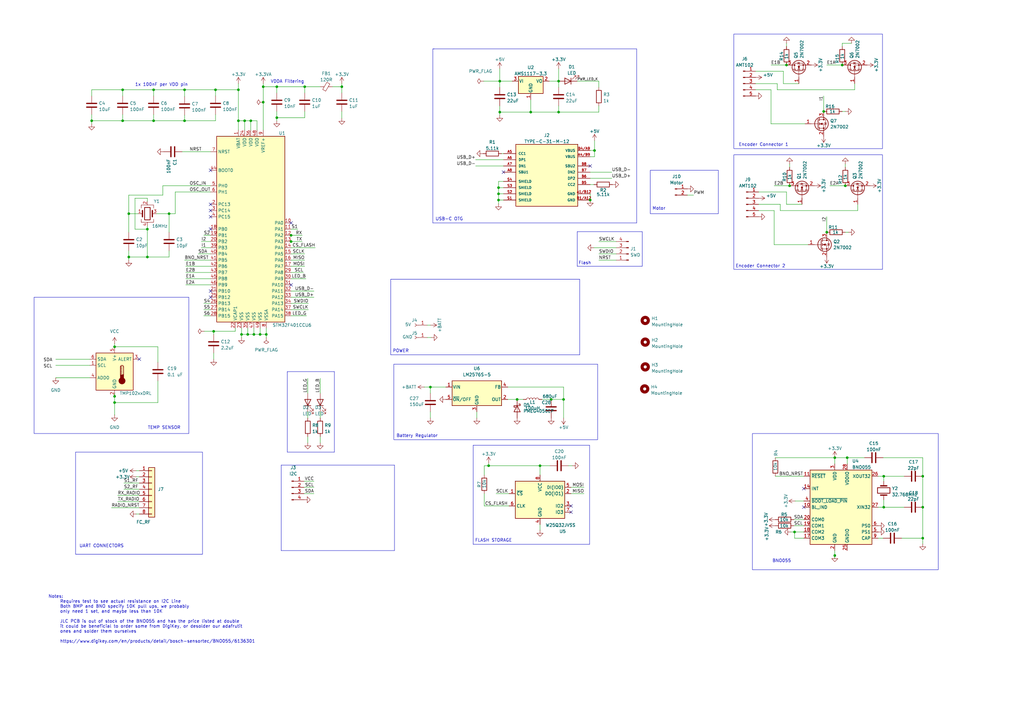
<source format=kicad_sch>
(kicad_sch (version 20231120) (generator "eeschema") (generator_version "8.0")
  (paper "A3")
  (junction (at 325.882 218.186))
  (junction (at 226.06 163.83))
  (junction (at 87.63 135.89))
  (junction (at 62.992 36.83))
  (junction (at 99.06 137.16))
  (junction (at 346.71 76.2))
  (junction (at 342.392 187.706))
  (junction (at 229.108 45.974))
  (junction (at 362.458 208.026))
  (junction (at 337.82 45.72))
  (junction (at 46.99 142.24))
  (junction (at 243.84 61.722))
  (junction (at 342.392 227.838))
  (junction (at 60.452 93.98))
  (junction (at 69.342 87.63))
  (junction (at 62.992 49.53))
  (junction (at 322.58 26.67))
  (junction (at 204.47 76.962))
  (junction (at 362.458 195.326))
  (junction (at 46.99 165.1))
  (junction (at 52.832 105.41))
  (junction (at 204.47 82.042))
  (junction (at 124.968 35.56))
  (junction (at 378.46 195.326))
  (junction (at 52.832 87.63))
  (junction (at 212.09 163.83))
  (junction (at 106.68 137.16))
  (junction (at 345.44 26.67))
  (junction (at 75.692 36.83))
  (junction (at 60.452 105.41))
  (junction (at 113.538 35.56))
  (junction (at 204.47 79.502))
  (junction (at 101.6 137.16))
  (junction (at 140.208 35.56))
  (junction (at 221.488 191.008))
  (junction (at 204.978 33.274))
  (junction (at 339.09 95.25))
  (junction (at 102.87 49.53))
  (junction (at 378.46 220.726))
  (junction (at 347.472 187.706))
  (junction (at 229.108 33.274))
  (junction (at 107.95 41.91))
  (junction (at 231.14 163.83))
  (junction (at 104.14 137.16))
  (junction (at 107.95 35.56))
  (junction (at 88.392 36.83))
  (junction (at 323.85 76.2))
  (junction (at 176.53 158.75))
  (junction (at 97.79 36.83))
  (junction (at 100.33 49.53))
  (junction (at 217.678 45.974))
  (junction (at 97.79 49.53))
  (junction (at 50.292 36.83))
  (junction (at 119.38 99.06))
  (junction (at 37.592 49.53))
  (junction (at 119.38 96.52))
  (junction (at 109.22 137.16))
  (junction (at 50.292 49.53))
  (junction (at 113.538 48.26))
  (junction (at 46.99 162.56))
  (junction (at 204.978 45.974))
  (junction (at 242.062 82.042))
  (junction (at 200.406 191.008))
  (junction (at 75.692 49.53))
  (junction (at 378.46 208.026))
  (no_connect (at 86.36 119.38))
  (no_connect (at 206.502 70.612))
  (no_connect (at 86.36 121.92))
  (no_connect (at 86.36 83.82))
  (no_connect (at 119.38 91.44))
  (no_connect (at 86.36 86.36))
  (no_connect (at 86.36 88.9))
  (no_connect (at 86.36 93.98))
  (no_connect (at 86.36 69.85))
  (no_connect (at 242.062 68.072))
  (no_connect (at 329.692 200.406))
  (no_connect (at 57.15 147.32))
  (no_connect (at 329.692 208.026))
  (no_connect (at 119.38 116.84))
  (no_connect (at 234.188 207.518))
  (no_connect (at 234.188 210.058))
  (wire (pts (xy 362.458 195.326) (xy 370.84 195.326)))
  (polyline (pts (xy 236.728 94.996) (xy 236.728 109.22)))
  (wire (pts (xy 88.392 36.83) (xy 97.79 36.83)))
  (wire (pts (xy 229.108 43.434) (xy 229.108 45.974)))
  (wire (pts (xy 362.204 187.706) (xy 378.46 187.706)))
  (wire (pts (xy 87.63 144.78) (xy 87.63 147.32)))
  (wire (pts (xy 60.452 93.98) (xy 60.452 92.71)))
  (wire (pts (xy 325.882 220.726) (xy 325.882 218.186)))
  (wire (pts (xy 124.714 202.438) (xy 128.778 202.438)))
  (wire (pts (xy 66.802 76.2) (xy 66.802 80.01)))
  (wire (pts (xy 311.15 78.74) (xy 322.58 78.74)))
  (wire (pts (xy 252.73 99.06) (xy 245.618 99.06)))
  (wire (pts (xy 52.832 87.63) (xy 52.832 95.25)))
  (wire (pts (xy 198.628 207.518) (xy 208.788 207.518)))
  (wire (pts (xy 124.968 45.72) (xy 124.968 48.26)))
  (wire (pts (xy 126.238 168.91) (xy 126.238 171.45)))
  (wire (pts (xy 107.95 41.91) (xy 107.95 53.34)))
  (wire (pts (xy 217.678 40.894) (xy 217.678 45.974)))
  (polyline (pts (xy 115.316 190.754) (xy 115.316 225.806)))
  (wire (pts (xy 126.238 179.07) (xy 126.238 181.61)))
  (wire (pts (xy 50.292 46.99) (xy 50.292 49.53)))
  (wire (pts (xy 362.458 208.026) (xy 360.172 208.026)))
  (wire (pts (xy 204.978 33.274) (xy 210.058 33.274)))
  (wire (pts (xy 208.28 158.75) (xy 231.14 158.75)))
  (wire (pts (xy 360.172 220.726) (xy 362.204 220.726)))
  (polyline (pts (xy 160.274 145.542) (xy 237.744 145.542)))
  (wire (pts (xy 326.136 205.486) (xy 329.692 205.486)))
  (wire (pts (xy 97.79 34.29) (xy 97.79 36.83)))
  (wire (pts (xy 52.832 87.63) (xy 56.642 87.63)))
  (wire (pts (xy 62.992 46.99) (xy 62.992 49.53)))
  (wire (pts (xy 46.99 142.24) (xy 64.77 142.24)))
  (wire (pts (xy 378.46 195.326) (xy 378.46 208.026)))
  (wire (pts (xy 208.28 163.83) (xy 212.09 163.83)))
  (wire (pts (xy 243.84 61.722) (xy 242.062 61.722)))
  (polyline (pts (xy 261.112 91.44) (xy 177.546 91.44)))
  (wire (pts (xy 242.062 70.612) (xy 250.952 70.612)))
  (wire (pts (xy 102.87 49.53) (xy 100.33 49.53)))
  (polyline (pts (xy 115.316 190.754) (xy 161.798 190.754)))
  (wire (pts (xy 140.208 34.29) (xy 140.208 35.56)))
  (wire (pts (xy 69.342 87.63) (xy 69.342 95.25)))
  (wire (pts (xy 342.392 225.806) (xy 342.392 227.838)))
  (wire (pts (xy 101.6 134.62) (xy 101.6 137.16)))
  (wire (pts (xy 124.714 199.898) (xy 128.778 199.898)))
  (wire (pts (xy 339.09 88.9) (xy 339.09 95.25)))
  (wire (pts (xy 55.88 193.04) (xy 57.15 193.04)))
  (wire (pts (xy 82.55 101.6) (xy 86.36 101.6)))
  (wire (pts (xy 200.406 189.992) (xy 200.406 191.008)))
  (wire (pts (xy 52.832 102.87) (xy 52.832 105.41)))
  (wire (pts (xy 76.2 114.3) (xy 86.36 114.3)))
  (wire (pts (xy 66.802 80.01) (xy 52.832 80.01)))
  (wire (pts (xy 88.392 49.53) (xy 75.692 49.53)))
  (wire (pts (xy 204.978 28.194) (xy 204.978 33.274)))
  (wire (pts (xy 234.188 202.438) (xy 239.522 202.438)))
  (wire (pts (xy 46.99 140.97) (xy 46.99 142.24)))
  (wire (pts (xy 55.372 81.28) (xy 55.372 93.98)))
  (wire (pts (xy 198.628 202.438) (xy 198.628 207.518)))
  (wire (pts (xy 229.108 45.974) (xy 217.678 45.974)))
  (wire (pts (xy 113.538 45.72) (xy 113.538 48.26)))
  (wire (pts (xy 345.44 17.78) (xy 345.44 19.05)))
  (polyline (pts (xy 241.808 223.266) (xy 194.056 223.266)))
  (wire (pts (xy 88.392 39.37) (xy 88.392 36.83)))
  (polyline (pts (xy 194.056 182.626) (xy 241.808 182.626)))
  (wire (pts (xy 60.452 93.98) (xy 60.452 105.41)))
  (wire (pts (xy 124.968 38.1) (xy 124.968 35.56)))
  (wire (pts (xy 60.452 81.28) (xy 55.372 81.28)))
  (polyline (pts (xy 194.056 182.626) (xy 194.056 223.266)))
  (wire (pts (xy 325.628 213.106) (xy 329.692 213.106)))
  (wire (pts (xy 55.88 195.58) (xy 57.15 195.58)))
  (wire (pts (xy 126.238 155.194) (xy 126.238 161.29)))
  (wire (pts (xy 140.208 45.72) (xy 140.208 48.514)))
  (wire (pts (xy 321.31 29.21) (xy 321.31 34.29)))
  (wire (pts (xy 119.38 121.92) (xy 128.778 121.92)))
  (polyline (pts (xy 117.856 185.42) (xy 137.16 185.42)))
  (wire (pts (xy 204.978 33.274) (xy 204.978 35.814)))
  (wire (pts (xy 204.47 76.962) (xy 204.47 79.502)))
  (wire (pts (xy 74.676 62.23) (xy 86.36 62.23)))
  (wire (pts (xy 318.008 195.326) (xy 329.692 195.326)))
  (wire (pts (xy 109.22 137.16) (xy 109.22 138.43)))
  (wire (pts (xy 347.472 187.706) (xy 347.472 190.246)))
  (wire (pts (xy 97.79 36.83) (xy 97.79 49.53)))
  (wire (pts (xy 342.392 187.706) (xy 342.392 190.246)))
  (wire (pts (xy 322.58 83.82) (xy 328.93 83.82)))
  (wire (pts (xy 83.82 135.89) (xy 87.63 135.89)))
  (wire (pts (xy 176.53 171.45) (xy 176.53 168.91)))
  (wire (pts (xy 119.38 129.54) (xy 125.73 129.54)))
  (wire (pts (xy 311.15 83.82) (xy 320.04 83.82)))
  (wire (pts (xy 113.538 48.26) (xy 124.968 48.26)))
  (wire (pts (xy 231.14 158.75) (xy 231.14 163.83)))
  (wire (pts (xy 64.77 142.24) (xy 64.77 148.59)))
  (wire (pts (xy 105.41 49.53) (xy 102.87 49.53)))
  (wire (pts (xy 245.618 33.274) (xy 245.618 35.814)))
  (wire (pts (xy 226.06 163.83) (xy 231.14 163.83)))
  (wire (pts (xy 316.23 26.67) (xy 322.58 26.67)))
  (wire (pts (xy 131.318 179.07) (xy 131.318 181.61)))
  (wire (pts (xy 198.374 33.274) (xy 204.978 33.274)))
  (wire (pts (xy 318.77 36.83) (xy 350.52 36.83)))
  (wire (pts (xy 45.72 208.28) (xy 57.15 208.28)))
  (wire (pts (xy 369.824 220.726) (xy 378.46 220.726)))
  (wire (pts (xy 55.88 210.82) (xy 57.15 210.82)))
  (wire (pts (xy 101.6 137.16) (xy 99.06 137.16)))
  (wire (pts (xy 176.53 158.75) (xy 182.88 158.75)))
  (polyline (pts (xy 160.274 114.554) (xy 160.274 145.542)))
  (wire (pts (xy 204.47 79.502) (xy 206.502 79.502)))
  (wire (pts (xy 245.618 45.974) (xy 229.108 45.974)))
  (wire (pts (xy 225.298 33.274) (xy 229.108 33.274)))
  (wire (pts (xy 109.22 134.62) (xy 109.22 137.16)))
  (wire (pts (xy 323.85 67.31) (xy 323.85 68.58)))
  (wire (pts (xy 109.22 137.16) (xy 106.68 137.16)))
  (wire (pts (xy 342.392 187.706) (xy 347.472 187.706)))
  (wire (pts (xy 46.99 165.1) (xy 64.77 165.1)))
  (wire (pts (xy 106.68 134.62) (xy 106.68 137.16)))
  (polyline (pts (xy 177.546 91.44) (xy 177.546 20.066)))
  (wire (pts (xy 124.968 35.56) (xy 131.318 35.56)))
  (wire (pts (xy 173.99 158.75) (xy 176.53 158.75)))
  (wire (pts (xy 362.458 208.026) (xy 370.84 208.026)))
  (wire (pts (xy 233.172 191.008) (xy 234.696 191.008)))
  (wire (pts (xy 131.318 155.194) (xy 131.318 161.29)))
  (wire (pts (xy 60.452 82.55) (xy 60.452 81.28)))
  (polyline (pts (xy 160.274 114.554) (xy 237.744 114.554)))
  (polyline (pts (xy 261.112 20.066) (xy 261.112 91.44)))
  (polyline (pts (xy 236.728 94.996) (xy 263.398 94.996)))
  (wire (pts (xy 351.79 86.36) (xy 351.79 83.82)))
  (wire (pts (xy 82.55 99.06) (xy 86.36 99.06)))
  (wire (pts (xy 119.38 111.76) (xy 124.46 111.76)))
  (wire (pts (xy 55.372 93.98) (xy 60.452 93.98)))
  (wire (pts (xy 119.38 124.46) (xy 126.492 124.46)))
  (wire (pts (xy 322.58 17.78) (xy 322.58 19.05)))
  (wire (pts (xy 106.68 137.16) (xy 104.14 137.16)))
  (wire (pts (xy 242.062 73.152) (xy 250.952 73.152)))
  (wire (pts (xy 317.5 86.36) (xy 317.5 100.33)))
  (wire (pts (xy 245.618 106.68) (xy 252.73 106.68)))
  (wire (pts (xy 243.586 101.6) (xy 252.73 101.6)))
  (wire (pts (xy 119.38 104.14) (xy 124.968 104.14)))
  (wire (pts (xy 204.47 76.962) (xy 206.502 76.962)))
  (wire (pts (xy 234.188 199.898) (xy 239.522 199.898)))
  (wire (pts (xy 37.592 39.37) (xy 37.592 36.83)))
  (wire (pts (xy 75.692 49.53) (xy 62.992 49.53)))
  (wire (pts (xy 69.342 105.41) (xy 60.452 105.41)))
  (wire (pts (xy 206.502 74.422) (xy 204.47 74.422)))
  (wire (pts (xy 340.36 76.2) (xy 346.71 76.2)))
  (wire (pts (xy 229.108 33.274) (xy 229.108 28.194)))
  (wire (pts (xy 140.208 35.56) (xy 140.208 38.1)))
  (wire (pts (xy 83.566 96.52) (xy 86.36 96.52)))
  (wire (pts (xy 113.538 35.56) (xy 107.95 35.56)))
  (wire (pts (xy 22.86 147.32) (xy 36.83 147.32)))
  (wire (pts (xy 175.26 133.35) (xy 176.53 133.35)))
  (wire (pts (xy 242.062 79.502) (xy 242.062 82.042)))
  (wire (pts (xy 324.358 218.186) (xy 325.882 218.186)))
  (wire (pts (xy 76.2 109.22) (xy 86.36 109.22)))
  (wire (pts (xy 243.84 57.658) (xy 243.84 61.722)))
  (wire (pts (xy 175.26 138.43) (xy 176.784 138.43)))
  (wire (pts (xy 350.52 36.83) (xy 350.52 34.29)))
  (wire (pts (xy 75.692 47.244) (xy 75.692 49.53)))
  (wire (pts (xy 318.77 34.29) (xy 318.77 36.83)))
  (wire (pts (xy 64.77 165.1) (xy 64.77 156.21)))
  (wire (pts (xy 198.628 191.008) (xy 200.406 191.008)))
  (wire (pts (xy 322.58 78.74) (xy 322.58 83.82)))
  (wire (pts (xy 75.692 36.83) (xy 75.692 39.624)))
  (wire (pts (xy 221.488 194.818) (xy 221.488 191.008)))
  (wire (pts (xy 339.09 26.67) (xy 345.44 26.67)))
  (wire (pts (xy 100.33 49.53) (xy 100.33 53.34)))
  (wire (pts (xy 136.398 35.56) (xy 140.208 35.56)))
  (wire (pts (xy 325.628 215.646) (xy 329.692 215.646)))
  (polyline (pts (xy 263.398 109.22) (xy 236.728 109.22)))
  (wire (pts (xy 321.31 34.29) (xy 327.66 34.29)))
  (wire (pts (xy 83.566 124.46) (xy 86.36 124.46)))
  (wire (pts (xy 107.95 34.29) (xy 107.95 35.56)))
  (wire (pts (xy 378.46 208.026) (xy 378.46 220.726)))
  (wire (pts (xy 104.14 137.16) (xy 101.6 137.16)))
  (wire (pts (xy 342.392 227.838) (xy 342.392 228.854)))
  (polyline (pts (xy 177.546 20.066) (xy 178.054 20.066)))
  (wire (pts (xy 76.2 111.76) (xy 86.36 111.76)))
  (wire (pts (xy 71.882 87.63) (xy 69.342 87.63)))
  (wire (pts (xy 62.992 36.83) (xy 62.992 39.37)))
  (polyline (pts (xy 263.398 94.996) (xy 263.398 109.22)))
  (wire (pts (xy 83.566 129.54) (xy 86.36 129.54)))
  (polyline (pts (xy 115.316 225.806) (xy 161.798 225.806)))
  (wire (pts (xy 75.692 36.83) (xy 88.392 36.83)))
  (wire (pts (xy 113.538 48.26) (xy 113.538 49.53)))
  (wire (pts (xy 50.292 49.53) (xy 37.592 49.53)))
  (polyline (pts (xy 241.808 182.626) (xy 241.808 223.266)))
  (wire (pts (xy 22.86 154.94) (xy 36.83 154.94)))
  (polyline (pts (xy 137.16 152.4) (xy 117.856 152.4)))
  (wire (pts (xy 76.2 116.84) (xy 86.36 116.84)))
  (polyline (pts (xy 237.744 145.542) (xy 237.744 114.554)))
  (wire (pts (xy 198.628 191.008) (xy 198.628 194.818)))
  (wire (pts (xy 337.82 39.37) (xy 337.82 45.72)))
  (wire (pts (xy 204.47 79.502) (xy 204.47 82.042)))
  (wire (pts (xy 204.47 74.422) (xy 204.47 76.962)))
  (wire (pts (xy 221.488 191.008) (xy 225.552 191.008)))
  (wire (pts (xy 204.978 45.974) (xy 204.978 47.244)))
  (wire (pts (xy 71.882 78.74) (xy 71.882 87.63)))
  (wire (pts (xy 96.52 135.89) (xy 96.52 134.62)))
  (wire (pts (xy 204.978 43.434) (xy 204.978 45.974)))
  (wire (pts (xy 176.53 158.75) (xy 176.53 161.29)))
  (wire (pts (xy 87.63 135.89) (xy 96.52 135.89)))
  (wire (pts (xy 316.23 50.8) (xy 330.2 50.8)))
  (wire (pts (xy 46.99 161.29) (xy 46.99 162.56)))
  (polyline (pts (xy 117.856 152.654) (xy 117.856 185.42)))
  (polyline (pts (xy 117.856 152.4) (xy 117.856 152.654)))
  (wire (pts (xy 119.38 101.6) (xy 129.286 101.6)))
  (wire (pts (xy 107.95 35.56) (xy 107.95 41.91)))
  (wire (pts (xy 119.38 106.68) (xy 124.968 106.68)))
  (wire (pts (xy 206.502 82.042) (xy 204.47 82.042)))
  (wire (pts (xy 119.38 109.22) (xy 124.968 109.22)))
  (wire (pts (xy 102.87 49.53) (xy 102.87 53.34)))
  (wire (pts (xy 231.14 163.83) (xy 231.14 171.45)))
  (wire (pts (xy 124.968 35.56) (xy 113.538 35.56)))
  (wire (pts (xy 88.392 46.99) (xy 88.392 49.53)))
  (wire (pts (xy 217.678 45.974) (xy 204.978 45.974)))
  (wire (pts (xy 221.488 215.138) (xy 221.488 217.424)))
  (wire (pts (xy 195.072 68.072) (xy 206.502 68.072)))
  (wire (pts (xy 52.832 105.41) (xy 52.832 106.68)))
  (wire (pts (xy 50.8 198.12) (xy 57.15 198.12)))
  (wire (pts (xy 195.58 171.45) (xy 195.58 168.91)))
  (wire (pts (xy 66.802 76.2) (xy 86.36 76.2)))
  (wire (pts (xy 378.46 220.726) (xy 378.46 223.012)))
  (wire (pts (xy 206.502 65.532) (xy 195.072 65.532)))
  (wire (pts (xy 360.172 195.326) (xy 362.458 195.326)))
  (wire (pts (xy 123.9392 99.06) (xy 119.38 99.06)))
  (wire (pts (xy 131.318 168.91) (xy 131.318 171.45)))
  (wire (pts (xy 329.692 220.726) (xy 325.882 220.726)))
  (wire (pts (xy 119.38 93.98) (xy 122.174 93.98)))
  (wire (pts (xy 37.592 49.53) (xy 37.592 50.8)))
  (wire (pts (xy 362.458 195.326) (xy 362.458 197.358)))
  (wire (pts (xy 99.06 134.62) (xy 99.06 137.16)))
  (wire (pts (xy 325.882 218.186) (xy 329.692 218.186)))
  (wire (pts (xy 124.714 197.358) (xy 128.778 197.358)))
  (wire (pts (xy 203.454 202.438) (xy 208.788 202.438)))
  (polyline (pts (xy 161.798 225.806) (xy 161.798 190.754)))
  (wire (pts (xy 204.47 82.042) (xy 204.47 83.566)))
  (wire (pts (xy 113.538 35.56) (xy 113.538 38.1)))
  (wire (pts (xy 345.44 17.78) (xy 349.25 17.78)))
  (wire (pts (xy 309.88 29.21) (xy 321.31 29.21)))
  (wire (pts (xy 242.062 75.692) (xy 243.586 75.692)))
  (wire (pts (xy 37.592 36.83) (xy 50.292 36.83)))
  (wire (pts (xy 104.14 134.62) (xy 104.14 137.16)))
  (wire (pts (xy 119.38 99.06) (xy 119.3672 99.06)))
  (wire (pts (xy 97.79 49.53) (xy 97.79 53.34)))
  (wire (pts (xy 119.38 127) (xy 126.492 127)))
  (wire (pts (xy 245.618 43.434) (xy 245.618 45.974)))
  (wire (pts (xy 83.566 127) (xy 86.36 127)))
  (wire (pts (xy 320.04 83.82) (xy 320.04 86.36)))
  (wire (pts (xy 123.9392 96.52) (xy 119.38 96.52)))
  (wire (pts (xy 236.728 33.274) (xy 245.618 33.274)))
  (wire (pts (xy 48.26 203.2) (xy 57.15 203.2)))
  (wire (pts (xy 316.23 36.83) (xy 316.23 50.8)))
  (wire (pts (xy 205.74 62.992) (xy 206.502 62.992)))
  (wire (pts (xy 347.98 95.25) (xy 346.71 95.25)))
  (wire (pts (xy 99.06 137.16) (xy 99.06 138.43)))
  (wire (pts (xy 346.71 67.31) (xy 346.71 68.58)))
  (wire (pts (xy 50.292 36.83) (xy 50.292 39.37)))
  (wire (pts (xy 46.99 162.56) (xy 46.99 165.1)))
  (wire (pts (xy 87.63 137.16) (xy 87.63 135.89)))
  (wire (pts (xy 318.008 187.706) (xy 342.392 187.706)))
  (wire (pts (xy 50.8 200.66) (xy 57.15 200.66)))
  (wire (pts (xy 69.342 102.87) (xy 69.342 105.41)))
  (wire (pts (xy 309.88 36.83) (xy 316.23 36.83)))
  (wire (pts (xy 200.406 191.008) (xy 221.488 191.008)))
  (wire (pts (xy 105.41 53.34) (xy 105.41 49.53)))
  (wire (pts (xy 64.262 87.63) (xy 69.342 87.63)))
  (wire (pts (xy 62.992 49.53) (xy 50.292 49.53)))
  (wire (pts (xy 119.38 119.38) (xy 128.778 119.38)))
  (wire (pts (xy 52.832 80.01) (xy 52.832 87.63)))
  (wire (pts (xy 71.882 78.74) (xy 86.36 78.74)))
  (wire (pts (xy 317.5 100.33) (xy 331.47 100.33)))
  (wire (pts (xy 100.33 49.53) (xy 97.79 49.53)))
  (wire (pts (xy 48.26 205.74) (xy 57.15 205.74)))
  (wire (pts (xy 362.458 204.978) (xy 362.458 208.026)))
  (wire (pts (xy 317.5 76.2) (xy 323.85 76.2)))
  (polyline (pts (xy 137.16 185.42) (xy 137.16 152.4)))
  (wire (pts (xy 242.062 64.262) (xy 243.84 64.262)))
  (wire (pts (xy 81.28 104.14) (xy 86.36 104.14)))
  (wire (pts (xy 378.46 187.706) (xy 378.46 195.326)))
  (wire (pts (xy 119.38 114.3) (xy 125.476 114.3)))
  (wire (pts (xy 320.04 86.36) (xy 351.79 86.36)))
  (wire (pts (xy 75.692 106.68) (xy 86.36 106.68)))
  (wire (pts (xy 50.292 36.83) (xy 62.992 36.83)))
  (wire (pts (xy 243.84 64.262) (xy 243.84 61.722)))
  (wire (pts (xy 222.25 163.83) (xy 226.06 163.83)))
  (wire (pts (xy 119.38 96.52) (xy 119.3672 96.52)))
  (wire (pts (xy 46.99 165.1) (xy 46.99 170.18)))
  (wire (pts (xy 212.09 163.83) (xy 214.63 163.83)))
  (wire (pts (xy 22.86 149.86) (xy 36.83 149.86)))
  (wire (pts (xy 347.472 187.706) (xy 354.584 187.706)))
  (wire (pts (xy 311.15 86.36) (xy 317.5 86.36)))
  (wire (pts (xy 60.452 105.41) (xy 52.832 105.41)))
  (wire (pts (xy 37.592 46.99) (xy 37.592 49.53)))
  (wire (pts (xy 284.48 80.01) (xy 281.94 80.01)))
  (wire (pts (xy 229.108 33.274) (xy 229.108 35.814)))
  (wire (pts (xy 62.992 36.83) (xy 75.692 36.83)))
  (polyline (pts (xy 177.8 20.066) (xy 261.112 20.066)))
  (wire (pts (xy 309.88 34.29) (xy 318.77 34.29)))
  (wire (pts (xy 252.73 104.14) (xy 245.618 104.14)))
  (wire (pts (xy 346.71 45.72) (xy 345.44 45.72)))
  (rectangle (start 308.61 177.8) (end 384.81 233.68))
  (rectangle (start 266.7 69.85) (end 294.64 87.63))
  (rectangle (start 13.97 121.92) (end 77.47 177.8))
  (rectangle (start 161.544 149.352) (end 245.11 180.34))
  (rectangle (start 300.99 13.97) (end 361.95 60.96))
  (rectangle (start 30.988 185.42) (end 83.058 227.33))
  (rectangle (start 300.99 63.5) (end 361.95 110.49))
  (text "VDDA Filtering" (at 110.998 34.29 0) (effects (font (size 1.27 1.27)) (justify left bottom)))
  (text "Flash" (at 237.236 108.712 0) (effects (font (size 1.27 1.27)) (justify left bottom)))
  (text "FLASH STORAGE" (at 194.818 222.504 0) (effects (font (size 1.27 1.27)) (justify left bottom)))
  (text "Encoder Connector 1\n" (at 313.182 59.436 0) (effects (font (size 1.27 1.27))))
  (text "UART CONNECTORS" (at 41.656 224.028 0) (effects (font (size 1.27 1.27))))
  (text "Motor\n" (at 270.256 85.598 0) (effects (font (size 1.27 1.27))))
  (text "1x 100nF per VDD pin" (at 55.372 35.56 0) (effects (font (size 1.27 1.27)) (justify left bottom)))
  (text "Notes:\n	Requires test to see actual resistance on I2C Line\n	Both BMP and BNO specify 10K pull ups, we probably\n	only need 1 set, and maybe less than 10K\n\n	JLC PCB is out of stock of the BNO055 and has the price listed at double\n	it could be beneficial to order some from DigiKey, or desolder our adafrutit\n	ones and solder them ourselves\n\n	https://www.digikey.com/en/products/detail/bosch-sensortec/BNO055/6136301" (at 19.812 263.906 0) (effects (font (size 1.27 1.27)) (justify left bottom)))
  (text "USB-C OTG" (at 178.562 90.678 0) (effects (font (size 1.27 1.27)) (justify left bottom)))
  (text "Battery Regulator" (at 162.56 179.578 0) (effects (font (size 1.27 1.27)) (justify left bottom)))
  (text "BNO055" (at 316.738 230.886 0) (effects (font (size 1.27 1.27)) (justify left bottom)))
  (text "TEMP SENSOR" (at 67.31 175.514 0) (effects (font (size 1.27 1.27))))
  (text "POWER" (at 161.036 144.78 0) (effects (font (size 1.27 1.27)) (justify left bottom)))
  (text "Encoder Connector 2\n" (at 311.912 109.22 0) (effects (font (size 1.27 1.27))))
  (label "VCC" (at 128.778 197.358 180))
  (label "USB_D-" (at 128.778 119.38 180))
  (label "USB_D+" (at 128.778 121.92 180))
  (label "I2" (at 82.55 99.06 0))
  (label "USB_D-" (at 195.072 68.072 180))
  (label "SDA" (at 128.778 202.438 180))
  (label "SDA" (at 81.28 104.14 0))
  (label "LED_B" (at 125.476 114.3 180))
  (label "USB_D+" (at 195.072 65.532 180))
  (label "SCL" (at 17.78 151.13 0))
  (label "S2_RF" (at 50.8 200.66 0))
  (label "OSC_IN" (at 77.724 76.2 0))
  (label "E2A" (at 340.36 76.2 0))
  (label "SDA" (at 17.78 148.59 0))
  (label "BNO_NRST" (at 75.692 106.68 0))
  (label "SWCLK" (at 245.618 99.06 0))
  (label "CS_FLASH" (at 129.286 101.6 180))
  (label "TX_RADIO" (at 48.26 205.74 0))
  (label "LED_G" (at 125.73 129.54 180))
  (label "SWDIO" (at 245.618 104.14 0))
  (label "E1B" (at 76.2 109.22 0))
  (label "S1_RF" (at 50.8 198.12 0))
  (label "I2" (at 339.09 88.9 270))
  (label "E2B" (at 317.5 76.2 0))
  (label "OSC_OUT" (at 77.724 78.74 0))
  (label "NRST" (at 245.618 106.68 0))
  (label "E1A" (at 339.09 26.67 0))
  (label "SCL" (at 124.46 111.76 180))
  (label "TX" (at 123.9392 99.06 180))
  (label "USB_D-" (at 250.952 70.612 0))
  (label "S6" (at 83.566 129.54 0))
  (label "CS_FLASH" (at 198.882 207.518 0))
  (label "MOSI" (at 239.522 199.898 180))
  (label "SWCLK" (at 126.492 127 180))
  (label "S4" (at 83.566 124.46 0))
  (label "I1" (at 82.55 101.6 0))
  (label "E2A" (at 76.2 116.84 0))
  (label "SCLK" (at 203.454 202.438 0))
  (label "LED_B" (at 131.318 155.194 270))
  (label "S1" (at 122.174 93.98 180))
  (label "MISO" (at 124.968 106.68 180))
  (label "PWR_LED_K" (at 236.728 33.274 0) (effects (font (size 1 1))))
  (label "E2B" (at 76.2 111.76 0))
  (label "E1B" (at 316.23 26.67 0))
  (label "RADIO_NRST" (at 45.72 208.28 0))
  (label "BNO_NRST" (at 319.532 195.326 0))
  (label "SCLK" (at 124.968 104.14 180))
  (label "E1A" (at 76.2 114.3 0))
  (label "RX" (at 123.9392 96.52 180))
  (label "RX_RADIO" (at 48.26 203.2 0))
  (label "I1" (at 337.82 39.37 270))
  (label "USB_D+" (at 250.952 73.152 0))
  (label "S2" (at 83.566 96.52 0))
  (label "PWM" (at 284.48 80.01 0))
  (label "SWDIO" (at 126.492 124.46 180))
  (label "NRST" (at 77.724 62.23 0))
  (label "SCL" (at 325.628 215.646 0))
  (label "S5" (at 83.566 127 0))
  (label "LED_G" (at 126.238 155.194 270))
  (label "SCL" (at 128.778 199.898 180))
  (label "MISO" (at 239.522 202.438 180))
  (label "SDA" (at 325.628 213.106 0))
  (label "MOSI" (at 124.968 109.22 180))
  (symbol (lib_id "power:GND") (at 87.63 147.32 0) (unit 1)
    (property "Reference" "#PWR0116" (effects (hide yes)))
    (property "Value" "GND" (effects (hide yes)))
  )
  (symbol (lib_id "power:+3.3V") (at 337.82 55.88 0) (mirror x) (unit 1)
    (property "Reference" "#PWR039" (effects (hide yes)))
    (property "Value" "+3.3V" (at 337.82 59.69 0))
  )
  (symbol (lib_id "power:GND") (at 126.238 181.61 0) (unit 1)
    (property "Reference" "#PWR0136" (effects (hide yes)))
    (property "Value" "GND" (effects (hide yes)))
  )
  (symbol (lib_id "power:GND") (at 99.06 138.43 0) (unit 1)
    (property "Reference" "#PWR0117" (effects (hide yes)))
    (property "Value" "GND" (effects (hide yes)))
  )
  (symbol (lib_id "power:GND") (at 55.88 210.82 270) (unit 1)
    (property "Reference" "#PWR027" (effects (hide yes)))
    (property "Value" "GND" (effects (hide yes)))
  )
  (symbol (lib_id "Connector:Conn_01x04_Pin") (at 119.634 199.898 0) (unit 1)
    (property "Reference" "J3" (at 120.269 191.77 0))
    (property "Value" "I2C" (at 120.269 194.31 0))
    (property "Footprint" "Connector_PinHeader_2.54mm:PinHeader_1x04_P2.54mm_Vertical" (effects (hide yes)))
  )
  (symbol (lib_id "Transistor_FET:2N7002") (at 335.28 50.8 0) (unit 1)
    (property "Reference" "Q7" (at 340.487 49.5878 0) (effects (justify left)))
    (property "Value" "2N7002" (at 340.487 52.0121 0) (effects (justify left)))
    (property "Footprint" "Package_TO_SOT_SMD:SOT-23" (effects (hide yes)))
    (property "Datasheet" "https://www.onsemi.com/pub/Collateral/NDS7002A-D.PDF" (effects (hide yes)))
    (property "Description" "0.115A Id, 60V Vds, N-Channel MOSFET, SOT-23" (effects (hide yes)))
    (property "LCSC Part" "C466660" (effects (hide yes)))
  )
  (symbol (lib_id "power:GND") (at 324.358 218.186 270) (unit 1)
    (property "Reference" "#PWR0123" (effects (hide yes)))
    (property "Value" "GND" (effects (hide yes)))
  )
  (symbol (lib_id "Connector:Conn_01x01_Female") (at 170.18 133.35 0) (mirror y) (unit 1)
    (property "Reference" "J4" (at 171.196 131.318 0) (effects (justify left)))
    (property "Value" "5V" (at 168.656 133.096 0) (effects (justify left)))
    (property "Footprint" "TestPoint:TestPoint_THTPad_2.5x2.5mm_Drill1.2mm" (effects (hide yes)))
  )
  (symbol (lib_id "power:+3.3V") (at 311.15 81.28 270) (unit 1)
    (property "Reference" "#PWR06" (effects (hide yes)))
    (property "Value" "+5V" (at 316.23 80.264 90))
  )
  (symbol (lib_id "Device:R") (at 345.44 22.86 0) (unit 1)
    (property "Reference" "R15" (at 343.408 22.098 90) (effects (justify right)))
    (property "Value" "1k" (at 345.44 21.844 90) (effects (justify right)))
    (property "Footprint" "Resistor_SMD:R_0402_1005Metric" (effects (hide yes)))
    (property "LCSC Part" "C102758" (effects (hide yes)))
  )
  (symbol (lib_id "Diode:PMEG4050EP") (at 212.09 167.64 270) (unit 1)
    (property "Reference" "D5" (at 214.63 166.0524 90) (effects (justify left)))
    (property "Value" "PMEG4050EP" (at 214.63 168.5924 90) (effects (justify left)))
    (property "Footprint" "Diode_SMD:D_SOD-128" (effects (hide yes)))
    (property "Datasheet" "https://assets.nexperia.com/documents/data-sheet/PMEG4050EP.pdf" (effects (hide yes)))
    (property "Description" "40V, 5A low Vf Schottky barrier rectifier, SOD-128" (effects (hide yes)))
  )
  (symbol (lib_id "Sensor_Temperature:TMP102xxDRL") (at 46.99 152.4 0) (unit 1)
    (property "Reference" "U3" (effects (hide yes)))
    (property "Value" "TMP102xxDRL" (at 55.626 161.29 0))
    (property "Footprint" "Package_TO_SOT_SMD:SOT-563" (effects (hide yes)))
    (property "Datasheet" "https://www.ti.com/lit/ds/symlink/tmp102.pdf" (effects (hide yes)))
    (property "Description" "Digital Temperature Sensor, +/- 3 °C, low-Power, SMBus, 12 bit, Two-Wire Serial Interface, SOT-563" (effects (hide yes)))
  )
  (symbol (lib_id "power:+3.3V") (at 332.74 26.67 270) (mirror x) (unit 1)
    (property "Reference" "#PWR024" (effects (hide yes)))
    (property "Value" "+3.3V" (at 336.55 26.67 0))
  )
  (symbol (lib_id "power:GND") (at 342.392 227.838 0) (unit 1)
    (property "Reference" "#PWR0125" (effects (hide yes)))
    (property "Value" "GND" (effects (hide yes)))
  )
  (symbol (lib_id "power:+3.3V") (at 318.008 213.106 90) (unit 1)
    (property "Reference" "#PWR011" (effects (hide yes)))
    (property "Value" "+3.3V" (at 314.198 213.106 0))
  )
  (symbol (lib_id "Transistor_FET:2N7002") (at 350.52 29.21 90) (unit 1)
    (property "Reference" "Q6" (at 349.3078 24.003 0) (effects (justify left)))
    (property "Value" "2N7002" (at 351.7321 24.003 0) (effects (justify left)))
    (property "Footprint" "Package_TO_SOT_SMD:SOT-23" (effects (hide yes)))
    (property "Datasheet" "https://www.onsemi.com/pub/Collateral/NDS7002A-D.PDF" (effects (hide yes)))
    (property "Description" "0.115A Id, 60V Vds, N-Channel MOSFET, SOT-23" (effects (hide yes)))
    (property "LCSC Part" "C466660" (effects (hide yes)))
  )
  (symbol (lib_id "Device:C") (at 64.77 152.4 0) (unit 1)
    (property "Reference" "C19" (at 68.58 151.1299 0) (effects (justify left)))
    (property "Value" "0.1 uF" (at 68.58 153.6699 0) (effects (justify left)))
    (property "Footprint" "Capacitor_SMD:C_0603_1608Metric" (effects (hide yes)))
    (property "Description" "Unpolarized capacitor" (effects (hide yes)))
  )
  (symbol (lib_id "power:GND") (at 182.88 163.83 270) (unit 1)
    (property "Reference" "#PWR030" (effects (hide yes)))
    (property "Value" "GND" (effects (hide yes)))
  )
  (symbol (lib_id "Transistor_FET:2N7002") (at 336.55 100.33 0) (unit 1)
    (property "Reference" "Q2" (at 341.757 99.1178 0) (effects (justify left)))
    (property "Value" "2N7002" (at 341.757 101.5421 0) (effects (justify left)))
    (property "Footprint" "Package_TO_SOT_SMD:SOT-23" (effects (hide yes)))
    (property "Datasheet" "https://www.onsemi.com/pub/Collateral/NDS7002A-D.PDF" (effects (hide yes)))
    (property "Description" "0.115A Id, 60V Vds, N-Channel MOSFET, SOT-23" (effects (hide yes)))
    (property "LCSC Part" "C466660" (effects (hide yes)))
  )
  (symbol (lib_id "Connector:Conn_01x02_Pin") (at 276.86 77.47 0) (unit 1)
    (property "Reference" "J10" (at 277.495 72.39 0))
    (property "Value" "Motor" (at 277.495 74.93 0))
    (property "Footprint" "Connector_PinHeader_2.54mm:PinHeader_1x02_P2.54mm_Vertical" (effects (hide yes)))
    (property "Description" "Generic connector, single row, 01x02, script generated" (effects (hide yes)))
  )
  (symbol (lib_id "power:GND") (at 67.056 62.23 270) (unit 1)
    (property "Reference" "#PWR0101" (effects (hide yes)))
    (property "Value" "GND" (effects (hide yes)))
  )
  (symbol (lib_id "power:GND") (at 140.208 48.514 0) (unit 1)
    (property "Reference" "#PWR0107" (effects (hide yes)))
    (property "Value" "GND" (effects (hide yes)))
  )
  (symbol (lib_id "Mechanical:MountingHole") (at 264.6397 131.4315 0) (unit 1)
    (property "Reference" "H1" (at 267.1797 130.5968 0) (effects (justify left)))
    (property "Value" "MountingHole" (at 267.1797 133.1337 0) (effects (justify left)))
    (property "Footprint" "MountingHole:MountingHole_3.2mm_M3" (effects (hide yes)))
  )
  (symbol (lib_id "Device:R") (at 318.008 191.516 0) (unit 1)
    (property "Reference" "R4" (at 318.262 184.404 90) (effects (justify right)))
    (property "Value" "10k" (at 318.008 189.484 90) (effects (justify right)))
    (property "Footprint" "Resistor_SMD:R_0402_1005Metric" (effects (hide yes)))
    (property "JLCPCB#" "C60490" (effects (hide yes)))
  )
  (symbol (lib_id "Sensor_Motion:BNO055") (at 344.932 208.026 0) (unit 1)
    (property "Reference" "U4" (at 349.4914 189.0862 0) (effects (justify left)))
    (property "Value" "BNO055" (at 349.4914 191.6231 0) (effects (justify left)))
    (property "Footprint" "Package_LGA:LGA-28_5.2x3.8mm_P0.5mm" (effects (hide yes)))
    (property "Datasheet" "https://ae-bst.resource.bosch.com/media/_tech/media/datasheets/BST_BNO055_DS000_14.pdf" (effects (hide yes)))
    (property "JLCPCB#" "C93216" (effects (hide yes)))
  )
  (symbol (lib_id "Memory_Flash:W25Q32JVSS") (at 221.488 204.978 0) (unit 1)
    (property "Reference" "U5" (at 229.362 217.932 0) (effects (justify left)))
    (property "Value" "W25Q32JVSS" (at 223.774 215.392 0) (effects (justify left)))
    (property "Footprint" "Package_SO:SOIC-8_5.23x5.23mm_P1.27mm" (effects (hide yes)))
    (property "Datasheet" "http://www.winbond.com/resource-files/w25q32jv%20revg%2003272018%20plus.pdf" (effects (hide yes)))
    (property "JLCPCB#" "C82344" (effects (hide yes)))
  )
  (symbol (lib_id "Device:FerriteBead_Small") (at 133.858 35.56 90) (unit 1)
    (property "Reference" "FB1" (at 133.8199 30.1584 90))
    (property "Value" "120R" (at 133.8199 32.6953 90))
    (property "Footprint" "Inductor_SMD:L_0603_1608Metric" (effects (hide yes)))
    (property "JLCPCB#" "C85831" (effects (hide yes)))
  )
  (symbol (lib_id "power:+3.3V") (at 356.87 76.2 270) (mirror x) (unit 1)
    (property "Reference" "#PWR019" (effects (hide yes)))
    (property "Value" "+3.3V" (at 360.68 76.2 0))
  )
  (symbol (lib_id "power:PWR_FLAG") (at 107.95 41.91 90) (unit 1)
    (property "Reference" "#FLG0101" (effects (hide yes)))
    (property "Value" "PWR_FLAG" (effects (hide yes)))
  )
  (symbol (lib_id "power:GND") (at 322.58 17.78 180) (unit 1)
    (property "Reference" "#PWR037" (effects (hide yes)))
    (property "Value" "GND" (effects (hide yes)))
  )
  (symbol (lib_id "power:GND") (at 37.592 50.8 0) (unit 1)
    (property "Reference" "#PWR0102" (effects (hide yes)))
    (property "Value" "GND" (effects (hide yes)))
  )
  (symbol (lib_id "TYPE-C-31-M-12:TYPE-C-31-M-12") (at 224.282 71.882 0) (unit 1)
    (property "Reference" "J2" (at 224.282 55.4822 0))
    (property "Value" "TYPE-C-31-M-12" (at 224.282 58.0191 0))
    (property "Footprint" "USBC:HRO_TYPE-C-31-M-12" (effects (hide yes)))
    (property "SNAPEDA_PN" "TYPE-C-31-M-12" (effects (hide yes)))
    (property "MAXIMUM_PACKAGE_HEIGHT" "3.26 mm" (effects (hide yes)))
    (property "MANUFACTURER" "HRO Electronics Co., Ltd." (effects (hide yes)))
    (property "PARTREV" "2020.12.08" (effects (hide yes)))
    (property "STANDARD" "Manufacturer Recommendations" (effects (hide yes)))
    (property "JLCPCB#" "C165948" (effects (hide yes)))
  )
  (symbol (lib_id "Regulator_Switching:LM2576S-5") (at 195.58 161.29 0) (unit 1)
    (property "Reference" "U6" (at 195.58 151.13 0))
    (property "Value" "LM2576S-5" (at 195.58 153.67 0))
    (property "Footprint" "Package_TO_SOT_SMD:TO-263-5_TabPin3" (effects (hide yes)))
    (property "Datasheet" "http://www.ti.com/lit/ds/symlink/lm2576.pdf" (effects (hide yes)))
    (property "Description" "5V, 3A SIMPLE SWITCHER® Step-Down Voltage Regulator, TO-263" (effects (hide yes)))
  )
  (symbol (lib_id "Device:C") (at 140.208 41.91 0) (unit 1)
    (property "Reference" "C11" (at 143.129 41.0753 0) (effects (justify left)))
    (property "Value" "1uF" (at 143.129 43.6122 0) (effects (justify left)))
    (property "Footprint" "Capacitor_SMD:C_0402_1005Metric" (effects (hide yes)))
    (property "JLCPCB#" "C52923" (effects (hide yes)))
  )
  (symbol (lib_id "power:+3.3V") (at 231.14 171.45 0) (mirror x) (unit 1)
    (property "Reference" "#PWR034" (effects (hide yes)))
    (property "Value" "+5V" (at 231.14 175.26 0))
  )
  (symbol (lib_id "Device:R") (at 126.238 175.26 0) (unit 1)
    (property "Reference" "R8" (at 128.016 174.4253 0) (effects (justify left)))
    (property "Value" "1k" (at 128.016 176.9622 0) (effects (justify left)))
    (property "Footprint" "Resistor_SMD:R_0402_1005Metric" (effects (hide yes)))
    (property "JLCPCB#" "C11702" (effects (hide yes)))
  )
  (symbol (lib_id "Regulator_Linear:AMS1117-3.3") (at 217.678 33.274 0) (unit 1)
    (property "Reference" "U2" (at 217.678 27.6692 0))
    (property "Value" "AMS1117-3.3" (at 217.678 30.2061 0))
    (property "Footprint" "Package_TO_SOT_SMD:SOT-223-3_TabPin2" (effects (hide yes)))
    (property "Datasheet" "http://www.advanced-monolithic.com/pdf/ds1117.pdf" (effects (hide yes)))
    (property "JLCPCB#" "C6186" (effects (hide yes)))
  )
  (symbol (lib_id "Device:R") (at 247.396 75.692 270) (unit 1)
    (property "Reference" "R2" (at 247.396 77.978 90))
    (property "Value" "5.11k" (at 247.396 79.756 90))
    (property "Footprint" "Resistor_SMD:R_0402_1005Metric" (effects (hide yes)))
    (property "JLCPCB#" "C25906" (effects (hide yes)))
  )
  (symbol (lib_id "power:GND") (at 198.12 62.992 270) (unit 1)
    (property "Reference" "#PWR0112" (effects (hide yes)))
    (property "Value" "GND" (effects (hide yes)))
  )
  (symbol (lib_id "Device:C") (at 52.832 99.06 0) (unit 1)
    (property "Reference" "C2" (at 55.753 98.2253 0) (effects (justify left)))
    (property "Value" "10pF" (at 55.753 100.7622 0) (effects (justify left)))
    (property "Footprint" "Capacitor_SMD:C_0402_1005Metric" (effects (hide yes)))
    (property "JLCPCB#" "C32949" (effects (hide yes)))
  )
  (symbol (lib_id "power:GND") (at 176.53 171.45 0) (unit 1)
    (property "Reference" "#PWR029" (effects (hide yes)))
    (property "Value" "GND" (effects (hide yes)))
  )
  (symbol (lib_name "GND_1") (lib_id "power:GND") (at 46.99 170.18 0) (unit 1)
    (property "Reference" "#PWR04" (effects (hide yes)))
    (property "Value" "GND" (at 46.99 175.26 0))
    (property "Description" "Power symbol creates a global label with name \"GND\" , ground" (effects (hide yes)))
  )
  (symbol (lib_id "power:GND") (at 346.71 45.72 90) (unit 1)
    (property "Reference" "#PWR038" (effects (hide yes)))
    (property "Value" "GND" (effects (hide yes)))
  )
  (symbol (lib_id "power:+3.3V") (at 309.88 31.75 270) (unit 1)
    (property "Reference" "#PWR02" (effects (hide yes)))
    (property "Value" "+5V" (at 314.96 30.734 90))
  )
  (symbol (lib_id "Device:C") (at 37.592 43.18 0) (unit 1)
    (property "Reference" "C4" (at 40.513 42.3453 0) (effects (justify left)))
    (property "Value" "10uF" (at 40.513 44.8822 0) (effects (justify left)))
    (property "Footprint" "Capacitor_SMD:C_0402_1005Metric" (effects (hide yes)))
    (property "JLCPCB#" "C19702" (effects (hide yes)))
  )
  (symbol (lib_id "power:GND") (at 378.46 223.012 0) (unit 1)
    (property "Reference" "#PWR0122" (effects (hide yes)))
    (property "Value" "GND" (effects (hide yes)))
  )
  (symbol (lib_id "power:GND") (at 242.062 82.042 0) (unit 1)
    (property "Reference" "#PWR0114" (effects (hide yes)))
    (property "Value" "GND" (effects (hide yes)))
  )
  (symbol (lib_id "power:+3.3V") (at 200.406 189.992 0) (unit 1)
    (property "Reference" "#PWR0127" (effects (hide yes)))
    (property "Value" "+3.3V" (at 200.406 186.182 0))
  )
  (symbol (lib_id "power:VBUS") (at 176.53 133.35 270) (mirror x) (unit 1)
    (property "Reference" "#PWR01" (effects (hide yes)))
    (property "Value" "+BATT" (at 180.34 133.35 0))
  )
  (symbol (lib_id "MCU_ST_STM32F4:STM32F401CCUx") (at 104.14 93.98 0) (unit 1)
    (property "Reference" "U1" (at 114.3 54.61 0) (effects (justify left)))
    (property "Value" "STM32F401CCU6" (at 111.76 133.35 0) (effects (justify left)))
    (property "Footprint" "Package_DFN_QFN:QFN-48-1EP_7x7mm_P0.5mm_EP5.6x5.6mm" (effects (hide yes)))
    (property "Datasheet" "http://www.st.com/st-web-ui/static/active/en/resource/technical/document/datasheet/DM00086815.pdf" (effects (hide yes)))
    (property "JLCPCB#" "C79861" (effects (hide yes)))
  )
  (symbol (lib_id "Device:C") (at 366.014 220.726 90) (unit 1)
    (property "Reference" "C16" (at 366.014 214.8672 90))
    (property "Value" "100nF" (at 366.014 217.4041 90))
    (property "Footprint" "Capacitor_SMD:C_0402_1005Metric" (effects (hide yes)))
    (property "JLCPCB#" "C307331" (effects (hide yes)))
  )
  (symbol (lib_id "power:GND") (at 311.15 88.9 90) (unit 1)
    (property "Reference" "#PWR07" (effects (hide yes)))
    (property "Value" "GND" (effects (hide yes)))
  )
  (symbol (lib_id "power:VBUS") (at 204.978 28.194 0) (unit 1)
    (property "Reference" "#PWR0111" (effects (hide yes)))
    (property "Value" "+5V" (at 204.978 24.384 0))
  )
  (symbol (lib_id "Device:C") (at 226.06 167.64 0) (mirror x) (unit 1)
    (property "Reference" "C28" (at 226.06 165.1 0) (effects (justify right)))
    (property "Value" "680uF" (at 222.504 162.56 0) (effects (justify left)))
    (property "Footprint" "Capacitor_SMD:CP_Elec_10x10.5" (effects (hide yes)))
    (property "LCSC Part" "C189257" (effects (hide yes)))
  )
  (symbol (lib_id "power:GND") (at 204.47 83.566 0) (unit 1)
    (property "Reference" "#PWR0130" (effects (hide yes)))
    (property "Value" "GND" (effects (hide yes)))
  )
  (symbol (lib_id "power:GND") (at 113.538 49.53 0) (unit 1)
    (property "Reference" "#PWR0106" (effects (hide yes)))
    (property "Value" "GND" (effects (hide yes)))
  )
  (symbol (lib_id "Connector:Conn_01x04_Male") (at 257.81 104.14 180) (unit 1)
    (property "Reference" "J1" (at 258.5212 102.0353 0) (effects (justify right)))
    (property "Value" "SWD" (at 258.5212 104.5722 0) (effects (justify right)))
    (property "Footprint" "Connector_PinHeader_2.54mm:PinHeader_1x04_P2.54mm_Vertical" (effects (hide yes)))
  )
  (symbol (lib_name "GND_2") (lib_id "power:GND") (at 22.86 154.94 0) (unit 1)
    (property "Reference" "#PWR020" (effects (hide yes)))
    (property "Value" "GND" (at 22.86 160.02 0))
    (property "Description" "Power symbol creates a global label with name \"GND\" , ground" (effects (hide yes)))
  )
  (symbol (lib_id "power:PWR_FLAG") (at 83.82 135.89 90) (unit 1)
    (property "Reference" "#FLG0104" (effects (hide yes)))
    (property "Value" "PWR_FLAG" (effects (hide yes)))
  )
  (symbol (lib_id "Device:C") (at 87.63 140.97 0) (unit 1)
    (property "Reference" "C12" (at 90.551 140.1353 0) (effects (justify left)))
    (property "Value" "2.2uF" (at 90.551 142.6722 0) (effects (justify left)))
    (property "Footprint" "Capacitor_SMD:C_0402_1005Metric" (effects (hide yes)))
    (property "JLCPCB#" "C12530" (effects (hide yes)))
  )
  (symbol (lib_id "Transistor_FET:2N7002") (at 328.93 78.74 90) (unit 1)
    (property "Reference" "Q1" (at 327.7178 73.533 0) (effects (justify left)))
    (property "Value" "2N7002" (at 330.1421 73.533 0) (effects (justify left)))
    (property "Footprint" "Package_TO_SOT_SMD:SOT-23" (effects (hide yes)))
    (property "Datasheet" "https://www.onsemi.com/pub/Collateral/NDS7002A-D.PDF" (effects (hide yes)))
    (property "Description" "0.115A Id, 60V Vds, N-Channel MOSFET, SOT-23" (effects (hide yes)))
    (property "LCSC Part" "C466660" (effects (hide yes)))
  )
  (symbol (lib_id "Device:LED") (at 126.238 165.1 90) (unit 1)
    (property "Reference" "D2" (at 124.079 167.1228 90) (effects (justify right)))
    (property "Value" "LED" (at 124.079 169.6597 90) (effects (justify right)))
    (property "Footprint" "LED_SMD:LED_0603_1608Metric" (effects (hide yes)))
    (property "JLCPCB#" "C273598" (effects (hide yes)))
  )
  (symbol (lib_id "Device:R") (at 323.85 72.39 0) (unit 1)
    (property "Reference" "R10" (at 321.818 70.612 90) (effects (justify right)))
    (property "Value" "1k" (at 323.85 71.374 90) (effects (justify right)))
    (property "Footprint" "Resistor_SMD:R_0402_1005Metric" (effects (hide yes)))
    (property "LCSC Part" "C102758" (effects (hide yes)))
  )
  (symbol (lib_id "power:GND") (at 234.696 191.008 90) (unit 1)
    (property "Reference" "#PWR0128" (effects (hide yes)))
    (property "Value" "GND" (effects (hide yes)))
  )
  (symbol (lib_id "power:+3.3V") (at 318.008 215.646 90) (unit 1)
    (property "Reference" "#PWR014" (effects (hide yes)))
    (property "Value" "+3.3V" (at 314.452 218.948 0))
  )
  (symbol (lib_id "power:+3.3V") (at 355.6 26.67 270) (mirror x) (unit 1)
    (property "Reference" "#PWR036" (effects (hide yes)))
    (property "Value" "+3.3V" (at 359.41 26.67 0))
  )
  (symbol (lib_id "Device:R") (at 341.63 45.72 270) (unit 1)
    (property "Reference" "R16" (at 342.392 43.688 90) (effects (justify right)))
    (property "Value" "1k" (at 342.646 45.72 90) (effects (justify right)))
    (property "Footprint" "Resistor_SMD:R_0402_1005Metric" (effects (hide yes)))
    (property "LCSC Part" "C102758" (effects (hide yes)))
  )
  (symbol (lib_id "power:GND") (at 52.832 106.68 0) (unit 1)
    (property "Reference" "#PWR0108" (effects (hide yes)))
    (property "Value" "GND" (effects (hide yes)))
  )
  (symbol (lib_id "power:VBUS") (at 55.88 193.04 90) (unit 1)
    (property "Reference" "#PWR025" (effects (hide yes)))
    (property "Value" "+5V" (at 50.546 193.04 90))
  )
  (symbol (lib_id "Transistor_FET:2N7002") (at 351.79 78.74 90) (unit 1)
    (property "Reference" "Q3" (at 350.5778 73.533 0) (effects (justify left)))
    (property "Value" "2N7002" (at 353.0021 73.533 0) (effects (justify left)))
    (property "Footprint" "Package_TO_SOT_SMD:SOT-23" (effects (hide yes)))
    (property "Datasheet" "https://www.onsemi.com/pub/Collateral/NDS7002A-D.PDF" (effects (hide yes)))
    (property "Description" "0.115A Id, 60V Vds, N-Channel MOSFET, SOT-23" (effects (hide yes)))
    (property "LCSC Part" "C466660" (effects (hide yes)))
  )
  (symbol (lib_id "power:+3.3V") (at 55.88 195.58 90) (unit 1)
    (property "Reference" "#PWR026" (effects (hide yes)))
    (property "Value" "+3.3V" (at 50.292 195.58 90))
  )
  (symbol (lib_id "Device:LED") (at 232.918 33.274 180) (unit 1)
    (property "Reference" "D1" (at 234.5055 27.4152 0))
    (property "Value" "LED" (at 234.5055 29.9521 0))
    (property "Footprint" "LED_SMD:LED_0603_1608Metric" (effects (hide yes)))
    (property "JLCPCB#" "C273598" (effects (hide yes)))
  )
  (symbol (lib_id "power:PWR_FLAG") (at 109.22 138.43 180) (unit 1)
    (property "Reference" "#FLG0103" (effects (hide yes)))
    (property "Value" "PWR_FLAG" (at 109.22 143.51 0))
  )
  (symbol (lib_id "power:GND") (at 176.784 138.43 90) (unit 1)
    (property "Reference" "#PWR0133" (effects (hide yes)))
    (property "Value" "GND" (effects (hide yes)))
  )
  (symbol (lib_id "power:+3.3V") (at 326.136 205.486 90) (unit 1)
    (property "Reference" "#PWR0124" (effects (hide yes)))
    (property "Value" "+3.3V" (at 322.326 205.486 0))
  )
  (symbol (lib_id "Device:C") (at 113.538 41.91 0) (unit 1)
    (property "Reference" "C9" (at 116.459 41.0753 0) (effects (justify left)))
    (property "Value" "10nF" (at 116.459 43.6122 0) (effects (justify left)))
    (property "Footprint" "Capacitor_SMD:C_0402_1005Metric" (effects (hide yes)))
    (property "Datasheet" "https://datasheet.lcsc.com/lcsc/1808291033_Johanson-Dielectrics-250R07W103KV4T_C167438.pdf" (effects (hide yes)))
    (property "JLCPCB#" "C15195" (effects (hide yes)))
  )
  (symbol (lib_id "Device:C") (at 50.292 43.18 0) (unit 1)
    (property "Reference" "C5" (at 53.213 42.3453 0) (effects (justify left)))
    (property "Value" "100nF" (at 53.213 44.8822 0) (effects (justify left)))
    (property "Footprint" "Capacitor_SMD:C_0402_1005Metric" (effects (hide yes)))
    (property "JLCPCB#" "C307331" (effects (hide yes)))
  )
  (symbol (lib_id "power:+3.3V") (at 97.79 34.29 0) (unit 1)
    (property "Reference" "#PWR0104" (effects (hide yes)))
    (property "Value" "+3.3V" (at 97.79 30.48 0))
  )
  (symbol (lib_id "Device:R") (at 198.628 198.628 0) (unit 1)
    (property "Reference" "R7" (at 196.596 197.358 90) (effects (justify right)))
    (property "Value" "10k" (at 198.628 196.596 90) (effects (justify right)))
    (property "Footprint" "Resistor_SMD:R_0402_1005Metric" (effects (hide yes)))
    (property "JLCPCB#" "C60490" (effects (hide yes)))
  )
  (symbol (lib_id "Device:L") (at 218.44 163.83 90) (unit 1)
    (property "Reference" "L1" (at 218.44 164.9617 90))
    (property "Value" "100uH" (at 218.44 167.386 90))
    (property "Footprint" "Inductor_SMD:L_TaiTech_TMPC1265_13.5x12.5mm" (effects (hide yes)))
    (property "Description" "Inductor" (effects (hide yes)))
    (property "LCSC Part" "C408533" (effects (hide yes)))
  )
  (symbol (lib_id "Device:LED") (at 131.318 165.1 90) (unit 1)
    (property "Reference" "D3" (at 129.159 167.1228 90) (effects (justify right)))
    (property "Value" "LED" (at 129.159 169.6597 90) (effects (justify right)))
    (property "Footprint" "LED_SMD:LED_0603_1608Metric" (effects (hide yes)))
    (property "JLCPCB#" "C273598" (effects (hide yes)))
  )
  (symbol (lib_id "Mechanical:MountingHole") (at 264.6397 140.3215 0) (unit 1)
    (property "Reference" "H2" (at 267.1797 139.4868 0) (effects (justify left)))
    (property "Value" "MountingHole" (at 267.1797 142.0237 0) (effects (justify left)))
    (property "Footprint" "MountingHole:MountingHole_3.2mm_M3" (effects (hide yes)))
  )
  (symbol (lib_id "Device:R") (at 322.58 22.86 0) (unit 1)
    (property "Reference" "R14" (at 320.548 21.082 90) (effects (justify right)))
    (property "Value" "1k" (at 322.58 21.844 90) (effects (justify right)))
    (property "Footprint" "Resistor_SMD:R_0402_1005Metric" (effects (hide yes)))
    (property "LCSC Part" "C102758" (effects (hide yes)))
  )
  (symbol (lib_id "power:VCC") (at 46.99 140.97 0) (unit 1)
    (property "Reference" "#PWR05" (effects (hide yes)))
    (property "Value" "VCC" (at 46.99 135.89 0))
    (property "Description" "Power symbol creates a global label with name \"VCC\"" (effects (hide yes)))
  )
  (symbol (lib_id "Connector:Conn_01x01_Female") (at 170.18 138.43 0) (mirror y) (unit 1)
    (property "Reference" "J5" (at 171.196 136.652 0) (effects (justify left)))
    (property "Value" "GND" (at 169.164 138.176 0) (effects (justify left)))
    (property "Footprint" "TestPoint:TestPoint_THTPad_2.5x2.5mm_Drill1.2mm" (effects (hide yes)))
  )
  (symbol (lib_id "power:GND") (at 251.206 75.692 90) (unit 1)
    (property "Reference" "#PWR0118" (effects (hide yes)))
    (property "Value" "GND" (effects (hide yes)))
  )
  (symbol (lib_id "Transistor_FET:2N7002") (at 327.66 29.21 90) (unit 1)
    (property "Reference" "Q5" (at 326.4478 24.003 0) (effects (justify left)))
    (property "Value" "2N7002" (at 328.8721 24.003 0) (effects (justify left)))
    (property "Footprint" "Package_TO_SOT_SMD:SOT-23" (effects (hide yes)))
    (property "Datasheet" "https://www.onsemi.com/pub/Collateral/NDS7002A-D.PDF" (effects (hide yes)))
    (property "Description" "0.115A Id, 60V Vds, N-Channel MOSFET, SOT-23" (effects (hide yes)))
    (property "LCSC Part" "C466660" (effects (hide yes)))
  )
  (symbol (lib_id "power:GND") (at 349.25 17.78 180) (unit 1)
    (property "Reference" "#PWR035" (effects (hide yes)))
    (property "Value" "GND" (effects (hide yes)))
  )
  (symbol (lib_id "power:+3.3V") (at 339.09 105.41 0) (mirror x) (unit 1)
    (property "Reference" "#PWR016" (effects (hide yes)))
    (property "Value" "+3.3V" (at 339.09 109.22 0))
  )
  (symbol (lib_id "Device:R") (at 201.93 62.992 90) (unit 1)
    (property "Reference" "R1" (at 201.93 58.2762 90))
    (property "Value" "5.11k" (at 201.93 60.8131 90))
    (property "Footprint" "Resistor_SMD:R_0402_1005Metric" (effects (hide yes)))
    (property "JLCPCB#" "C25906" (effects (hide yes)))
  )
  (symbol (lib_id "power:GND") (at 323.85 67.31 180) (unit 1)
    (property "Reference" "#PWR09" (effects (hide yes)))
    (property "Value" "GND" (effects (hide yes)))
  )
  (symbol (lib_id "Device:C") (at 176.53 165.1 180) (unit 1)
    (property "Reference" "C27" (at 167.894 163.4377 0) (effects (justify right)))
    (property "Value" "150uF" (at 167.894 165.862 0) (effects (justify right)))
    (property "Footprint" "Capacitor_SMD:C_0805_2012Metric" (effects (hide yes)))
    (property "LCSC Part" "C141660" (effects (hide yes)))
  )
  (symbol (lib_id "Device:C") (at 229.362 191.008 90) (unit 1)
    (property "Reference" "C20" (at 229.362 185.1492 90))
    (property "Value" "100nF" (at 229.362 187.6861 90))
    (property "Footprint" "Capacitor_SMD:C_0402_1005Metric" (effects (hide yes)))
    (property "JLCPCB#" "C307331" (effects (hide yes)))
  )
  (symbol (lib_id "Device:R") (at 346.71 72.39 0) (unit 1)
    (property "Reference" "R12" (at 344.678 71.628 90) (effects (justify right)))
    (property "Value" "1k" (at 346.71 71.374 90) (effects (justify right)))
    (property "Footprint" "Resistor_SMD:R_0402_1005Metric" (effects (hide yes)))
    (property "LCSC Part" "C102758" (effects (hide yes)))
  )
  (symbol (lib_id "power:GND") (at 204.978 47.244 0) (unit 1)
    (property "Reference" "#PWR0109" (effects (hide yes)))
    (property "Value" "GND" (effects (hide yes)))
  )
  (symbol (lib_id "power:GND") (at 226.06 171.45 0) (unit 1)
    (property "Reference" "#PWR033" (effects (hide yes)))
    (property "Value" "GND" (effects (hide yes)))
  )
  (symbol (lib_id "Device:R") (at 245.618 39.624 0) (unit 1)
    (property "Reference" "R3" (at 247.396 38.7893 0) (effects (justify left)))
    (property "Value" "1k" (at 247.396 41.3262 0) (effects (justify left)))
    (property "Footprint" "Resistor_SMD:R_0402_1005Metric" (effects (hide yes)))
    (property "JLCPCB#" "C11702" (effects (hide yes)))
  )
  (symbol (lib_id "power:+BATT") (at 173.99 158.75 90) (unit 1)
    (property "Reference" "#PWR028" (effects (hide yes)))
    (property "Value" "+BATT" (at 170.815 158.75 90) (effects (justify left)))
    (property "Description" "Power symbol creates a global label with name \"+BATT\"" (effects (hide yes)))
  )
  (symbol (lib_id "Device:C") (at 62.992 43.18 0) (unit 1)
    (property "Reference" "C6" (at 65.913 42.3453 0) (effects (justify left)))
    (property "Value" "100nF" (at 65.913 44.8822 0) (effects (justify left)))
    (property "Footprint" "Capacitor_SMD:C_0402_1005Metric" (effects (hide yes)))
    (property "JLCPCB#" "C307331" (effects (hide yes)))
  )
  (symbol (lib_id "power:+3.3V") (at 342.392 187.706 0) (unit 1)
    (property "Reference" "#PWR0129" (effects (hide yes)))
    (property "Value" "+3.3V" (at 342.392 183.896 0))
  )
  (symbol (lib_id "power:GND") (at 281.94 77.47 90) (unit 1)
    (property "Reference" "#PWR08" (effects (hide yes)))
    (property "Value" "GND" (effects (hide yes)))
  )
  (symbol (lib_id "power:GND") (at 124.714 204.978 90) (unit 1)
    (property "Reference" "#PWR010" (effects (hide yes)))
    (property "Value" "GND" (effects (hide yes)))
  )
  (symbol (lib_id "power:GND") (at 360.172 215.646 90) (unit 1)
    (property "Reference" "#PWR012" (effects (hide yes)))
    (property "Value" "GND" (effects (hide yes)))
  )
  (symbol (lib_id "Mechanical:MountingHole") (at 264.414 159.512 0) (unit 1)
    (property "Reference" "H4" (at 266.954 158.6773 0) (effects (justify left)))
    (property "Value" "MountingHole" (at 266.954 161.2142 0) (effects (justify left)))
    (property "Footprint" "MountingHole:MountingHole_3.2mm_M3" (effects (hide yes)))
  )
  (symbol (lib_id "Device:Crystal") (at 362.458 201.168 90) (unit 1)
    (property "Reference" "Y2" (at 365.7854 200.3333 90) (effects (justify right)))
    (property "Value" "32.768Mhz" (at 365.7854 202.8702 90) (effects (justify right)))
    (property "Footprint" "Crystal:Crystal_SMD_3215-2Pin_3.2x1.5mm" (effects (hide yes)))
    (property "JLCPCB#" "C907540" (effects (hide yes)))
  )
  (symbol (lib_id "power:+3.3V") (at 140.208 34.29 0) (unit 1)
    (property "Reference" "#PWR0105" (effects (hide yes)))
    (property "Value" "+3.3V" (at 140.208 30.48 0))
  )
  (symbol (lib_id "Device:C") (at 358.394 187.706 90) (unit 1)
    (property "Reference" "C15" (at 358.394 181.8472 90))
    (property "Value" "100nF" (at 358.394 184.3841 90))
    (property "Footprint" "Capacitor_SMD:C_0402_1005Metric" (effects (hide yes)))
    (property "JLCPCB#" "C307331" (effects (hide yes)))
  )
  (symbol (lib_id "Device:C") (at 229.108 39.624 0) (unit 1)
    (property "Reference" "C14" (at 232.029 38.7893 0) (effects (justify left)))
    (property "Value" "22uF" (at 232.029 41.3262 0) (effects (justify left)))
    (property "Footprint" "Capacitor_SMD:C_0805_2012Metric" (effects (hide yes)))
    (property "JLCPCB#" "C5674" (effects (hide yes)))
  )
  (symbol (lib_id "power:GND") (at 221.488 217.424 0) (unit 1)
    (property "Reference" "#PWR0126" (effects (hide yes)))
    (property "Value" "GND" (effects (hide yes)))
  )
  (symbol (lib_id "Device:C") (at 75.692 43.434 0) (unit 1)
    (property "Reference" "C7" (at 78.613 42.5993 0) (effects (justify left)))
    (property "Value" "100nF" (at 78.613 45.1362 0) (effects (justify left)))
    (property "Footprint" "Capacitor_SMD:C_0402_1005Metric" (effects (hide yes)))
    (property "JLCPCB#" "C307331" (effects (hide yes)))
  )
  (symbol (lib_id "Device:C") (at 124.968 41.91 0) (unit 1)
    (property "Reference" "C10" (at 127.889 41.0753 0) (effects (justify left)))
    (property "Value" "1uF" (at 127.889 43.6122 0) (effects (justify left)))
    (property "Footprint" "Capacitor_SMD:C_0402_1005Metric" (effects (hide yes)))
    (property "JLCPCB#" "C52923" (effects (hide yes)))
  )
  (symbol (lib_id "Device:R") (at 321.818 213.106 90) (unit 1)
    (property "Reference" "R5" (at 320.294 211.074 90) (effects (justify right)))
    (property "Value" "10k" (at 319.786 213.106 90) (effects (justify right)))
    (property "Footprint" "Resistor_SMD:R_0402_1005Metric" (effects (hide yes)))
    (property "JLCPCB#" "C60490" (effects (hide yes)))
  )
  (symbol (lib_id "power:GND") (at 346.71 67.31 180) (unit 1)
    (property "Reference" "#PWR018" (effects (hide yes)))
    (property "Value" "GND" (effects (hide yes)))
  )
  (symbol (lib_id "Device:C") (at 204.978 39.624 0) (unit 1)
    (property "Reference" "C13" (at 207.899 38.7893 0) (effects (justify left)))
    (property "Value" "22uF" (at 207.899 41.3262 0) (effects (justify left)))
    (property "Footprint" "Capacitor_SMD:C_0805_2012Metric" (effects (hide yes)))
    (property "JLCPCB#" "C5674" (effects (hide yes)))
  )
  (symbol (lib_id "Device:C") (at 69.342 99.06 0) (unit 1)
    (property "Reference" "C3" (at 72.263 98.2253 0) (effects (justify left)))
    (property "Value" "10pF" (at 72.263 100.7622 0) (effects (justify left)))
    (property "Footprint" "Capacitor_SMD:C_0402_1005Metric" (effects (hide yes)))
    (property "JLCPCB#" "C32949" (effects (hide yes)))
  )
  (symbol (lib_id "power:GND") (at 309.88 39.37 90) (unit 1)
    (property "Reference" "#PWR03" (effects (hide yes)))
    (property "Value" "GND" (effects (hide yes)))
  )
  (symbol (lib_id "power:GND") (at 347.98 95.25 90) (unit 1)
    (property "Reference" "#PWR017" (effects (hide yes)))
    (property "Value" "GND" (effects (hide yes)))
  )
  (symbol (lib_id "Connector_Generic:Conn_01x08") (at 62.23 200.66 0) (unit 1)
    (property "Reference" "J7" (at 64.77 200.6599 0) (effects (justify left)))
    (property "Value" "FC_RF" (at 55.88 214.122 0) (effects (justify left)))
    (property "Footprint" "Connector_FFC-FPC:Molex_200528-0080_1x08-1MP_P1.00mm_Horizontal" (effects (hide yes)))
    (property "Description" "Generic connector, single row, 01x08, script generated (kicad-library-utils/schlib/autogen/connector/)" (effects (hide yes)))
    (property "LCSC Part" "C505273" (effects (hide yes)))
  )
  (symbol (lib_id "Device:Crystal_GND24") (at 60.452 87.63 0) (unit 1)
    (property "Reference" "Y1" (at 64.262 82.55 0))
    (property "Value" "16MHz" (at 65.532 92.71 0))
    (property "Footprint" "Crystal:Crystal_SMD_3225-4Pin_3.2x2.5mm" (effects (hide yes)))
    (property "JLCPCB#" "C13738" (effects (hide yes)))
  )
  (symbol (lib_id "power:GND") (at 131.318 181.61 0) (unit 1)
    (property "Reference" "#PWR0140" (effects (hide yes)))
    (property "Value" "GND" (effects (hide yes)))
  )
  (symbol (lib_id "power:GND") (at 360.172 218.186 90) (unit 1)
    (property "Reference" "#PWR013" (effects (hide yes)))
    (property "Value" "GND" (effects (hide yes)))
  )
  (symbol (lib_id "power:+3.3V") (at 229.108 28.194 0) (unit 1)
    (property "Reference" "#PWR0110" (effects (hide yes)))
    (property "Value" "+3.3V" (at 229.108 24.384 0))
  )
  (symbol (lib_id "Device:R") (at 131.318 175.26 0) (unit 1)
    (property "Reference" "R9" (at 133.096 174.4253 0) (effects (justify left)))
    (property "Value" "1k" (at 133.096 176.9622 0) (effects (justify left)))
    (property "Footprint" "Resistor_SMD:R_0402_1005Metric" (effects (hide yes)))
    (property "JLCPCB#" "C11702" (effects (hide yes)))
  )
  (symbol (lib_id "Device:C") (at 374.65 195.326 90) (unit 1)
    (property "Reference" "C17" (at 374.65 189.4672 90))
    (property "Value" "22pF" (at 374.65 192.0041 90))
    (property "Footprint" "Capacitor_SMD:C_0402_1005Metric" (effects (hide yes)))
    (property "JLCPCB#" "C466226" (effects (hide yes)))
  )
  (symbol (lib_id "Device:C") (at 374.65 208.026 90) (unit 1)
    (property "Reference" "C18" (at 374.65 202.1672 90))
    (property "Value" "22pF" (at 374.65 204.7041 90))
    (property "Footprint" "Capacitor_SMD:C_0402_1005Metric" (effects (hide yes)))
    (property "JLCPCB#" "C466226" (effects (hide yes)))
  )
  (symbol (lib_id "power:PWR_FLAG") (at 198.374 33.274 90) (unit 1)
    (property "Reference" "#FLG0102" (effects (hide yes)))
    (property "Value" "PWR_FLAG" (at 197.104 29.21 90))
  )
  (symbol (lib_id "Device:C") (at 70.866 62.23 270) (unit 1)
    (property "Reference" "C1" (at 71.7007 65.151 0) (effects (justify left)))
    (property "Value" "100nF" (at 69.1638 65.151 0) (effects (justify left)))
    (property "Footprint" "Capacitor_SMD:C_0402_1005Metric" (effects (hide yes)))
    (property "JLCPCB#" "C307331" (effects (hide yes)))
  )
  (symbol (lib_id "power:+3.3V") (at 334.01 76.2 270) (mirror x) (unit 1)
    (property "Reference" "#PWR015" (effects (hide yes)))
    (property "Value" "+3.3V" (at 337.82 76.2 0))
  )
  (symbol (lib_id "Device:R") (at 342.9 95.25 270) (unit 1)
    (property "Reference" "R11" (at 343.662 93.218 90) (effects (justify right)))
    (property "Value" "1k" (at 343.916 95.25 90) (effects (justify right)))
    (property "Footprint" "Resistor_SMD:R_0402_1005Metric" (effects (hide yes)))
    (property "LCSC Part" "C102758" (effects (hide yes)))
  )
  (symbol (lib_id "power:+3.3VA") (at 107.95 34.29 0) (unit 1)
    (property "Reference" "#PWR0103" (effects (hide yes)))
    (property "Value" "+3.3VA" (at 107.95 30.48 0))
  )
  (symbol (lib_id "Connector:Conn_01x05_Pin") (at 304.8 34.29 0) (unit 1)
    (property "Reference" "J6" (at 305.435 24.13 0))
    (property "Value" "AMT102" (at 305.435 26.67 0))
    (property "Footprint" "Connector_PinHeader_2.54mm:PinHeader_1x05_P2.54mm_Vertical" (effects (hide yes)))
    (property "Description" "Generic connector, single row, 01x05, script generated" (effects (hide yes)))
  )
  (symbol (lib_id "Mechanical:MountingHole") (at 264.6397 150.4815 0) (unit 1)
    (property "Reference" "H3" (at 267.1797 149.6468 0) (effects (justify left)))
    (property "Value" "MountingHole" (at 267.1797 152.1837 0) (effects (justify left)))
    (property "Footprint" "MountingHole:MountingHole_3.2mm_M3" (effects (hide yes)))
  )
  (symbol (lib_id "power:GND") (at 212.09 171.45 0) (unit 1)
    (property "Reference" "#PWR032" (effects (hide yes)))
    (property "Value" "GND" (effects (hide yes)))
  )
  (symbol (lib_id "power:GND") (at 243.586 101.6 270) (unit 1)
    (property "Reference" "#PWR0115" (effects (hide yes)))
    (property "Value" "GND" (effects (hide yes)))
  )
  (symbol (lib_id "Connector:Conn_01x05_Pin") (at 306.07 83.82 0) (unit 1)
    (property "Reference" "J9" (at 306.705 73.66 0))
    (property "Value" "AMT102" (at 306.705 76.2 0))
    (property "Footprint" "Connector_PinHeader_2.54mm:PinHeader_1x05_P2.54mm_Vertical" (effects (hide yes)))
    (property "Description" "Generic connector, single row, 01x05, script generated" (effects (hide yes)))
  )
  (symbol (lib_id "power:VBUS") (at 243.84 57.658 0) (mirror y) (unit 1)
    (property "Reference" "#PWR0113" (effects (hide yes)))
    (property "Value" "+5V" (at 243.84 53.848 0))
  )
  (symbol (lib_id "Device:R") (at 321.818 215.646 90) (unit 1)
    (property "Reference" "R6" (at 318.008 218.186 90) (effects (justify right)))
    (property "Value" "10k" (at 319.786 215.646 90) (effects (justify right)))
    (property "Footprint" "Resistor_SMD:R_0402_1005Metric" (effects (hide yes)))
    (property "JLCPCB#" "C60490" (effects (hide yes)))
  )
  (symbol (lib_id "Device:C") (at 88.392 43.18 0) (unit 1)
    (property "Reference" "C8" (at 91.313 42.3453 0) (effects (justify left)))
    (property "Value" "100nF" (at 91.313 44.8822 0) (effects (justify left)))
    (property "Footprint" "Capacitor_SMD:C_0402_1005Metric" (effects (hide yes)))
    (property "JLCPCB#" "C307331" (effects (hide yes)))
  )
  (symbol (lib_id "power:GND") (at 195.58 171.45 0) (mirror y) (unit 1)
    (property "Reference" "#PWR031" (effects (hide yes)))
    (property "Value" "GND" (effects (hide yes)))
  )
)
</source>
